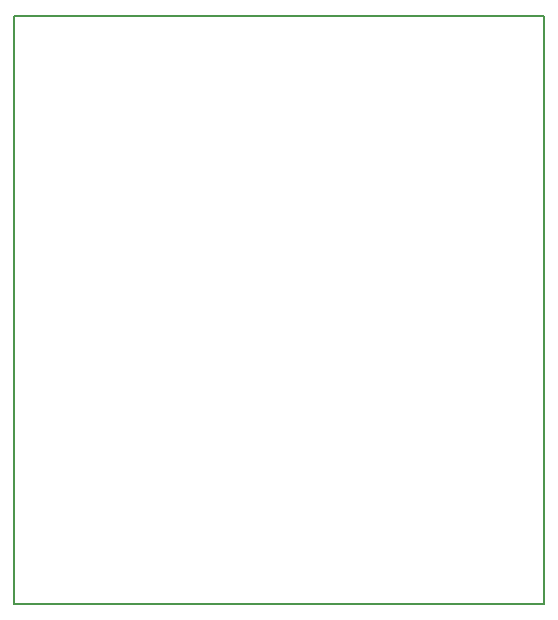
<source format=gko>
G04 MADE WITH FRITZING*
G04 WWW.FRITZING.ORG*
G04 DOUBLE SIDED*
G04 HOLES PLATED*
G04 CONTOUR ON CENTER OF CONTOUR VECTOR*
%ASAXBY*%
%FSLAX23Y23*%
%MOIN*%
%OFA0B0*%
%SFA1.0B1.0*%
%ADD10R,1.771650X1.968500*%
%ADD11C,0.008000*%
%ADD10C,0.008*%
%LNCONTOUR*%
G90*
G70*
G54D10*
G54D11*
X4Y1965D02*
X1768Y1965D01*
X1768Y4D01*
X4Y4D01*
X4Y1965D01*
D02*
G04 End of contour*
M02*
</source>
